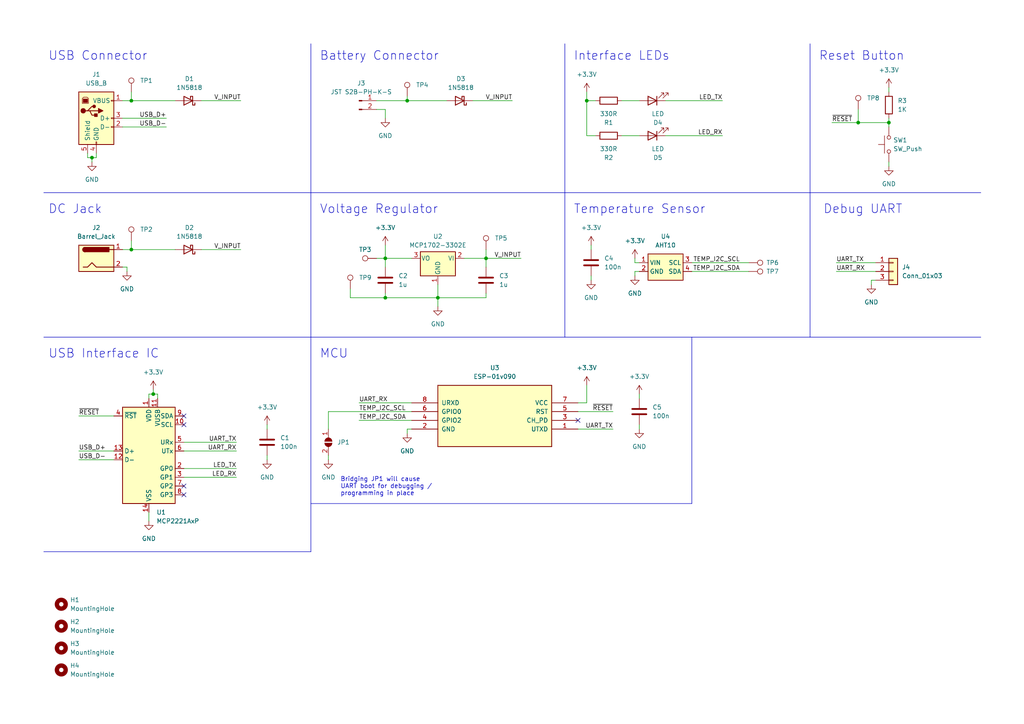
<source format=kicad_sch>
(kicad_sch (version 20230121) (generator eeschema)
  (paper "A4")
  (title_block (title "Temperature Sensor") (date "2024-01-13") (rev "0.2") (company "Sidings Media") (comment 1 "Licence: CERN-OHL-P-2.0 or any later version"))
  (lib_symbols
    (symbol "Connector:Barrel_Jack" (pin_names (offset 1.016))
      (property "Reference" "J2" (at 0 8.89 0))
      (property "Value" "Barrel_Jack" (at 0 6.35 0))
      (symbol "Barrel_Jack_0_1"
        (rectangle (start -5.08 3.81) (end 5.08 -3.81) (stroke (width 0.254)) (fill (type background)))
        (arc (start -3.302 3.175) (mid -3.9343 2.54) (end -3.302 1.905) (stroke (width 0.254)))
        (arc (start -3.302 3.175) (mid -3.9343 2.54) (end -3.302 1.905) (stroke (width 0.254)) (fill (type outline)))
        (polyline (pts (xy 5.08 2.54) (xy 3.81 2.54)) (stroke (width 0.254)))
        (polyline (pts (xy -3.81 -2.54) (xy -2.54 -2.54) (xy -1.27 -1.27) (xy 0 -2.54) (xy 2.54 -2.54) (xy 5.08 -2.54)) (stroke (width 0.254)))
        (rectangle (start 3.683 3.175) (end -3.302 1.905) (stroke (width 0.254)) (fill (type outline)))
      )
      (symbol "Barrel_Jack_1_1"
        (pin power_out line (at 7.62 2.54 180) (length 2.54) (name "~") (number "1"))
        (pin passive line (at 7.62 -2.54 180) (length 2.54) (name "~") (number "2"))
      )
    )
    (symbol "Connector:Conn_01x02_Pin" (pin_names (offset 1.016) hide)
      (property "Reference" "J" (at 0 2.54 0))
      (property "Value" "Conn_01x02_Pin" (at 0 -5.08 0))
      (symbol "Conn_01x02_Pin_1_1"
        (polyline (pts (xy 1.27 -2.54) (xy 0.8636 -2.54)) (stroke (width 0.1524)))
        (polyline (pts (xy 1.27 0) (xy 0.8636 0)) (stroke (width 0.1524)))
        (rectangle (start 0.8636 -2.413) (end 0 -2.667) (stroke (width 0.1524)) (fill (type outline)))
        (rectangle (start 0.8636 0.127) (end 0 -0.127) (stroke (width 0.1524)) (fill (type outline)))
        (pin passive line (at 5.08 0 180) (length 3.81) (name "Pin_1") (number "1"))
        (pin passive line (at 5.08 -2.54 180) (length 3.81) (name "Pin_2") (number "2"))
      )
    )
    (symbol "Connector:TestPoint" (pin_numbers hide) (pin_names (offset 0.762) hide)
      (property "Reference" "TP" (at 0 6.858 0))
      (property "Value" "TestPoint" (at 0 5.08 0))
      (symbol "TestPoint_0_1"
        (circle (center 0 3.302) (radius 0.762))
      )
      (symbol "TestPoint_1_1"
        (pin passive line (at 0 0 90) (length 2.54) (name "1") (number "1"))
      )
    )
    (symbol "Connector:USB_B" (pin_names (offset 1.016))
      (property "Reference" "J" (at -5.08 11.43 0))
      (property "Value" "USB_B" (at -5.08 8.89 0))
      (symbol "USB_B_0_1"
        (rectangle (start -5.08 -7.62) (end 5.08 7.62) (stroke (width 0.254)) (fill (type background)))
        (circle (center -3.81 2.159) (radius 0.635) (stroke (width 0.254)) (fill (type outline)))
        (rectangle (start -3.81 5.588) (end -2.54 4.572) (fill (type outline)))
        (circle (center -0.635 3.429) (radius 0.381) (stroke (width 0.254)) (fill (type outline)))
        (rectangle (start -0.127 -7.62) (end 0.127 -6.858))
        (polyline (pts (xy -1.905 2.159) (xy 0.635 2.159)) (stroke (width 0.254)))
        (polyline (pts (xy -3.175 2.159) (xy -2.54 2.159) (xy -1.27 3.429) (xy -0.635 3.429)) (stroke (width 0.254)))
        (polyline (pts (xy -2.54 2.159) (xy -1.905 2.159) (xy -1.27 0.889) (xy 0 0.889)) (stroke (width 0.254)))
        (polyline (pts (xy 0.635 2.794) (xy 0.635 1.524) (xy 1.905 2.159) (xy 0.635 2.794)) (stroke (width 0.254)) (fill (type outline)))
        (polyline (pts (xy -4.064 4.318) (xy -2.286 4.318) (xy -2.286 5.715) (xy -2.667 6.096) (xy -3.683 6.096) (xy -4.064 5.715) (xy -4.064 4.318)))
        (rectangle (start 0.254 1.27) (end -0.508 0.508) (stroke (width 0.254)) (fill (type outline)))
        (rectangle (start 5.08 -2.667) (end 4.318 -2.413))
        (rectangle (start 5.08 -0.127) (end 4.318 0.127))
        (rectangle (start 5.08 4.953) (end 4.318 5.207))
      )
      (symbol "USB_B_1_1"
        (pin power_out line (at 7.62 5.08 180) (length 2.54) (name "VBUS") (number "1"))
        (pin bidirectional line (at 7.62 -2.54 180) (length 2.54) (name "D-") (number "2"))
        (pin bidirectional line (at 7.62 0 180) (length 2.54) (name "D+") (number "3"))
        (pin power_out line (at 0 -10.16 90) (length 2.54) (name "GND") (number "4"))
        (pin passive line (at -2.54 -10.16 90) (length 2.54) (name "Shield") (number "5"))
      )
    )
    (symbol "Connector_Generic:Conn_01x03" (pin_names (offset 1.016) hide)
      (property "Reference" "J" (at 0 5.08 0))
      (property "Value" "Conn_01x03" (at 0 -5.08 0))
      (symbol "Conn_01x03_1_1"
        (rectangle (start -1.27 -2.413) (end 0 -2.667) (stroke (width 0.1524)))
        (rectangle (start -1.27 0.127) (end 0 -0.127) (stroke (width 0.1524)))
        (rectangle (start -1.27 2.667) (end 0 2.413) (stroke (width 0.1524)))
        (rectangle (start -1.27 3.81) (end 1.27 -3.81) (stroke (width 0.254)) (fill (type background)))
        (pin passive line (at -5.08 2.54 0) (length 3.81) (name "Pin_1") (number "1"))
        (pin passive line (at -5.08 0 0) (length 3.81) (name "Pin_2") (number "2"))
        (pin passive line (at -5.08 -2.54 0) (length 3.81) (name "Pin_3") (number "3"))
      )
    )
    (symbol "Device:C" (pin_numbers hide) (pin_names (offset 0.254))
      (property "Reference" "C" (at 0.635 2.54 0))
      (property "Value" "C" (at 0.635 -2.54 0))
      (symbol "C_0_1"
        (polyline (pts (xy -2.032 -0.762) (xy 2.032 -0.762)) (stroke (width 0.508)))
        (polyline (pts (xy -2.032 0.762) (xy 2.032 0.762)) (stroke (width 0.508)))
      )
      (symbol "C_1_1"
        (pin passive line (at 0 3.81 270) (length 2.794) (name "~") (number "1"))
        (pin passive line (at 0 -3.81 90) (length 2.794) (name "~") (number "2"))
      )
    )
    (symbol "Device:LED" (pin_numbers hide) (pin_names (offset 1.016) hide)
      (property "Reference" "D" (at 0 2.54 0))
      (property "Value" "LED" (at 0 -2.54 0))
      (symbol "LED_0_1"
        (polyline (pts (xy -1.27 -1.27) (xy -1.27 1.27)) (stroke (width 0.254)))
        (polyline (pts (xy -1.27 0) (xy 1.27 0)))
        (polyline (pts (xy 1.27 -1.27) (xy 1.27 1.27) (xy -1.27 0) (xy 1.27 -1.27)) (stroke (width 0.254)))
        (polyline (pts (xy -3.048 -0.762) (xy -4.572 -2.286) (xy -3.81 -2.286) (xy -4.572 -2.286) (xy -4.572 -1.524)))
        (polyline (pts (xy -1.778 -0.762) (xy -3.302 -2.286) (xy -2.54 -2.286) (xy -3.302 -2.286) (xy -3.302 -1.524)))
      )
      (symbol "LED_1_1"
        (pin passive line (at -3.81 0 0) (length 2.54) (name "K") (number "1"))
        (pin passive line (at 3.81 0 180) (length 2.54) (name "A") (number "2"))
      )
    )
    (symbol "Device:R" (pin_numbers hide) (pin_names (offset 0))
      (property "Reference" "R" (at 2.032 0 90))
      (property "Value" "R" (at 0 0 90))
      (symbol "R_0_1"
        (rectangle (start -1.016 -2.54) (end 1.016 2.54) (stroke (width 0.254)))
      )
      (symbol "R_1_1"
        (pin passive line (at 0 3.81 270) (length 1.27) (name "~") (number "1"))
        (pin passive line (at 0 -3.81 90) (length 1.27) (name "~") (number "2"))
      )
    )
    (symbol "Diode:1N5818" (pin_numbers hide) (pin_names (offset 1.016) hide)
      (property "Reference" "D" (at 0 2.54 0))
      (property "Value" "1N5818" (at 0 -2.54 0))
      (symbol "1N5818_0_1"
        (polyline (pts (xy 1.27 0) (xy -1.27 0)))
        (polyline (pts (xy 1.27 1.27) (xy 1.27 -1.27) (xy -1.27 0) (xy 1.27 1.27)) (stroke (width 0.254)))
        (polyline (pts (xy -1.905 0.635) (xy -1.905 1.27) (xy -1.27 1.27) (xy -1.27 -1.27) (xy -0.635 -1.27) (xy -0.635 -0.635)) (stroke (width 0.254)))
      )
      (symbol "1N5818_1_1"
        (pin passive line (at -3.81 0 0) (length 2.54) (name "K") (number "1"))
        (pin passive line (at 3.81 0 180) (length 2.54) (name "A") (number "2"))
      )
    )
    (symbol "ESP8266:ESP-01v090" (pin_names (offset 1.016))
      (property "Reference" "U1" (at 0 -13.97 0))
      (property "Value" "ESP-01v090" (at 0 -11.43 0))
      (symbol "ESP-01v090_1_0"
        (rectangle (start -16.51 8.89) (end 16.51 -8.89) (stroke (width 0.254)) (fill (type background)))
      )
      (symbol "ESP-01v090_1_1"
        (pin output line (at -24.13 3.81 0) (length 7.62) (name "UTXD") (number "1"))
        (pin power_in line (at 24.13 3.81 180) (length 7.62) (name "GND") (number "2"))
        (pin input line (at -24.13 1.27 0) (length 7.62) (name "CH_PD") (number "3"))
        (pin tri_state line (at 24.13 1.27 180) (length 7.62) (name "GPIO2") (number "4"))
        (pin input line (at -24.13 -1.27 0) (length 7.62) (name "RST") (number "5"))
        (pin tri_state line (at 24.13 -1.27 180) (length 7.62) (name "GPIO0") (number "6"))
        (pin power_in line (at -24.13 -3.81 0) (length 7.62) (name "VCC") (number "7"))
        (pin input line (at 24.13 -3.81 180) (length 7.62) (name "URXD") (number "8"))
      )
    )
    (symbol "Interface_USB:MCP2221AxP"
      (property "Reference" "U" (at -7.62 16.51 0))
      (property "Value" "MCP2221AxP" (at 12.7 16.51 0))
      (symbol "MCP2221AxP_0_1"
        (rectangle (start -7.62 15.24) (end 7.62 -12.7) (stroke (width 0.254)) (fill (type background)))
      )
      (symbol "MCP2221AxP_1_1"
        (pin power_in line (at 0 17.78 270) (length 2.54) (name "VDD") (number "1"))
        (pin bidirectional line (at 10.16 10.16 180) (length 2.54) (name "SCL") (number "10"))
        (pin passive line (at 2.54 17.78 270) (length 2.54) (name "VUSB") (number "11"))
        (pin bidirectional line (at -10.16 0 0) (length 2.54) (name "D-") (number "12"))
        (pin bidirectional line (at -10.16 2.54 0) (length 2.54) (name "D+") (number "13"))
        (pin power_in line (at 0 -15.24 90) (length 2.54) (name "VSS") (number "14"))
        (pin bidirectional line (at 10.16 -2.54 180) (length 2.54) (name "GP0") (number "2"))
        (pin bidirectional line (at 10.16 -5.08 180) (length 2.54) (name "GP1") (number "3"))
        (pin input line (at -10.16 12.7 0) (length 2.54) (name "~{RST}") (number "4"))
        (pin input line (at 10.16 5.08 180) (length 2.54) (name "URx") (number "5"))
        (pin output line (at 10.16 2.54 180) (length 2.54) (name "UTx") (number "6"))
        (pin bidirectional line (at 10.16 -7.62 180) (length 2.54) (name "GP2") (number "7"))
        (pin bidirectional line (at 10.16 -10.16 180) (length 2.54) (name "GP3") (number "8"))
        (pin bidirectional line (at 10.16 12.7 180) (length 2.54) (name "SDA") (number "9"))
      )
    )
    (symbol "Jumper:SolderJumper_2_Open" (pin_names (offset 0) hide)
      (property "Reference" "JP" (at 0 2.032 0))
      (property "Value" "SolderJumper_2_Open" (at 0 -2.54 0))
      (symbol "SolderJumper_2_Open_0_1"
        (arc (start -0.254 1.016) (mid -1.2656 0) (end -0.254 -1.016))
        (arc (start -0.254 1.016) (mid -1.2656 0) (end -0.254 -1.016) (fill (type outline)))
        (polyline (pts (xy -0.254 1.016) (xy -0.254 -1.016)))
        (polyline (pts (xy 0.254 1.016) (xy 0.254 -1.016)))
        (arc (start 0.254 -1.016) (mid 1.2656 0) (end 0.254 1.016))
        (arc (start 0.254 -1.016) (mid 1.2656 0) (end 0.254 1.016) (fill (type outline)))
      )
      (symbol "SolderJumper_2_Open_1_1"
        (pin passive line (at -3.81 0 0) (length 2.54) (name "A") (number "1"))
        (pin passive line (at 3.81 0 180) (length 2.54) (name "B") (number "2"))
      )
    )
    (symbol "Mechanical:MountingHole" (pin_names (offset 1.016))
      (property "Reference" "H" (at 0 5.08 0))
      (property "Value" "MountingHole" (at 0 3.175 0))
      (symbol "MountingHole_0_1"
        (circle (center 0 0) (radius 1.27) (stroke (width 1.27)))
      )
    )
    (symbol "Regulator_Linear:MCP1700x-330xxTO" (pin_names (offset 0.254))
      (property "Reference" "U" (at -3.81 -3.175 0))
      (property "Value" "MCP1700x-330xxTO" (at 0 -3.175 0))
      (symbol "MCP1700x-330xxTO_0_1"
        (rectangle (start -5.08 5.08) (end 5.08 -1.905) (stroke (width 0.254)) (fill (type background)))
      )
      (symbol "MCP1700x-330xxTO_1_1"
        (pin power_in line (at 0 7.62 270) (length 2.54) (name "GND") (number "1"))
        (pin power_in line (at -7.62 0 0) (length 2.54) (name "VI") (number "2"))
        (pin power_out line (at 7.62 0 180) (length 2.54) (name "VO") (number "3"))
      )
    )
    (symbol "Sensor_Temp_Humidity:AHT10"
      (property "Reference" "U" (at 0 2.54 0))
      (property "Value" "AHT10" (at 3.81 0 0))
      (symbol "AHT10_1_1"
        (rectangle (start -1.27 -1.27) (end 8.89 -8.89) (stroke (width 0.254)) (fill (type background)))
        (pin power_in line (at -3.81 -3.81 0) (length 2.54) (name "VIN") (number "1"))
        (pin power_in line (at -3.81 -6.35 0) (length 2.54) (name "GND") (number "2"))
        (pin bidirectional line (at 11.43 -3.81 180) (length 2.54) (name "SCL") (number "3"))
        (pin bidirectional line (at 11.43 -6.35 180) (length 2.54) (name "SDA") (number "4"))
      )
    )
    (symbol "Switch:SW_Push" (pin_numbers hide) (pin_names (offset 1.016) hide)
      (property "Reference" "SW" (at 1.27 2.54 0))
      (property "Value" "SW_Push" (at 0 -1.524 0))
      (symbol "SW_Push_0_1"
        (circle (center -2.032 0) (radius 0.508))
        (polyline (pts (xy 0 1.27) (xy 0 3.048)))
        (polyline (pts (xy 2.54 1.27) (xy -2.54 1.27)))
        (circle (center 2.032 0) (radius 0.508))
        (pin passive line (at -5.08 0 0) (length 2.54) (name "1") (number "1"))
        (pin passive line (at 5.08 0 180) (length 2.54) (name "2") (number "2"))
      )
    )
    (symbol "power:+3.3V" (power) (pin_names (offset 0))
      (property "Value" "+3.3V" (at 0 3.556 0))
      (symbol "+3.3V_0_1"
        (polyline (pts (xy -0.762 1.27) (xy 0 2.54)))
        (polyline (pts (xy 0 0) (xy 0 2.54)))
        (polyline (pts (xy 0 2.54) (xy 0.762 1.27)))
      )
      (symbol "+3.3V_1_1"
        (pin power_in line (at 0 0 90) (length 0) hide (name "+3.3V") (number "1"))
      )
    )
    (symbol "power:GND" (power) (pin_names (offset 0))
      (property "Value" "GND" (at 0 -3.81 0))
      (symbol "GND_0_1"
        (polyline (pts (xy 0 0) (xy 0 -1.27) (xy 1.27 -1.27) (xy 0 -2.54) (xy -1.27 -1.27) (xy 0 -1.27)))
      )
      (symbol "GND_1_1"
        (pin power_in line (at 0 0 270) (length 0) hide (name "GND") (number "1"))
      )
    )
  )
  (junction (at 111.76 74.93))
  (junction (at 248.92 35.56))
  (junction (at 118.11 29.21))
  (junction (at 170.18 29.21))
  (junction (at 38.1 29.21))
  (junction (at 257.81 35.56))
  (junction (at 38.1 72.39))
  (junction (at 111.76 86.36))
  (junction (at 127 86.36))
  (junction (at 140.97 74.93))
  (junction (at 44.45 114.3))
  (junction (at 26.67 45.72))
  (no_connect (at 167.64 121.92))
  (no_connect (at 53.34 143.51))
  (no_connect (at 53.34 123.19))
  (no_connect (at 53.34 140.97))
  (no_connect (at 53.34 120.65))
  (wire (pts (xy 193.04 29.21) (xy 209.55 29.21)))
  (wire (pts (xy 252.73 82.55) (xy 252.73 81.28)))
  (wire (pts (xy 109.22 31.75) (xy 111.76 31.75)))
  (polyline (pts (xy 163.83 55.88) (xy 163.83 97.79)))
  (wire (pts (xy 170.18 39.37) (xy 172.72 39.37)))
  (polyline (pts (xy 234.95 12.7) (xy 234.95 55.88)))
  (wire (pts (xy 140.97 77.47) (xy 140.97 74.93)))
  (wire (pts (xy 184.15 80.01) (xy 184.15 78.74)))
  (wire (pts (xy 248.92 31.75) (xy 248.92 35.56)))
  (wire (pts (xy 242.57 78.74) (xy 254 78.74)))
  (wire (pts (xy 38.1 29.21) (xy 50.8 29.21)))
  (polyline (pts (xy 234.95 97.79) (xy 234.95 55.88)))
  (wire (pts (xy 184.15 78.74) (xy 185.42 78.74)))
  (wire (pts (xy 58.42 29.21) (xy 69.85 29.21)))
  (wire (pts (xy 200.66 78.74) (xy 217.17 78.74)))
  (wire (pts (xy 38.1 72.39) (xy 50.8 72.39)))
  (wire (pts (xy 252.73 81.28) (xy 254 81.28)))
  (wire (pts (xy 127 86.36) (xy 127 88.9)))
  (wire (pts (xy 185.42 29.21) (xy 180.34 29.21)))
  (polyline (pts (xy 200.66 97.79) (xy 200.66 146.05)))
  (wire (pts (xy 111.76 74.93) (xy 111.76 71.12)))
  (wire (pts (xy 172.72 29.21) (xy 170.18 29.21)))
  (wire (pts (xy 184.15 76.2) (xy 185.42 76.2)))
  (wire (pts (xy 200.66 76.2) (xy 217.17 76.2)))
  (wire (pts (xy 35.56 77.47) (xy 36.83 77.47)))
  (polyline (pts (xy 200.66 146.05) (xy 90.17 146.05)))
  (wire (pts (xy 53.34 138.43) (xy 68.58 138.43)))
  (wire (pts (xy 171.45 80.01) (xy 171.45 81.28)))
  (wire (pts (xy 38.1 69.85) (xy 38.1 72.39)))
  (wire (pts (xy 38.1 26.67) (xy 38.1 29.21)))
  (wire (pts (xy 35.56 29.21) (xy 38.1 29.21)))
  (wire (pts (xy 58.42 72.39) (xy 69.85 72.39)))
  (wire (pts (xy 22.86 130.81) (xy 33.02 130.81)))
  (wire (pts (xy 35.56 34.29) (xy 48.26 34.29)))
  (wire (pts (xy 25.4 45.72) (xy 26.67 45.72)))
  (wire (pts (xy 45.72 114.3) (xy 44.45 114.3)))
  (wire (pts (xy 44.45 113.03) (xy 44.45 114.3)))
  (wire (pts (xy 171.45 71.12) (xy 171.45 72.39)))
  (wire (pts (xy 35.56 72.39) (xy 38.1 72.39)))
  (wire (pts (xy 53.34 135.89) (xy 68.58 135.89)))
  (wire (pts (xy 36.83 77.47) (xy 36.83 78.74)))
  (wire (pts (xy 119.38 74.93) (xy 111.76 74.93)))
  (wire (pts (xy 111.76 85.09) (xy 111.76 86.36)))
  (wire (pts (xy 185.42 123.19) (xy 185.42 124.46)))
  (wire (pts (xy 170.18 29.21) (xy 170.18 39.37)))
  (polyline (pts (xy 12.7 55.88) (xy 284.48 55.88)))
  (wire (pts (xy 25.4 44.45) (xy 25.4 45.72)))
  (wire (pts (xy 118.11 29.21) (xy 129.54 29.21)))
  (wire (pts (xy 118.11 124.46) (xy 119.38 124.46)))
  (polyline (pts (xy 90.17 97.79) (xy 90.17 160.02)))
  (wire (pts (xy 101.6 86.36) (xy 111.76 86.36)))
  (wire (pts (xy 109.22 29.21) (xy 118.11 29.21)))
  (wire (pts (xy 43.18 148.59) (xy 43.18 151.13)))
  (wire (pts (xy 27.94 44.45) (xy 27.94 45.72)))
  (wire (pts (xy 167.64 119.38) (xy 177.8 119.38)))
  (wire (pts (xy 193.04 39.37) (xy 209.55 39.37)))
  (polyline (pts (xy 90.17 12.7) (xy 90.17 55.88)))
  (wire (pts (xy 22.86 133.35) (xy 33.02 133.35)))
  (wire (pts (xy 95.25 132.08) (xy 95.25 133.35)))
  (wire (pts (xy 140.97 85.09) (xy 140.97 86.36)))
  (wire (pts (xy 77.47 132.08) (xy 77.47 133.35)))
  (wire (pts (xy 118.11 125.73) (xy 118.11 124.46)))
  (polyline (pts (xy 163.83 12.7) (xy 163.83 55.88)))
  (wire (pts (xy 111.76 31.75) (xy 111.76 34.29)))
  (polyline (pts (xy 12.7 160.02) (xy 90.17 160.02)))
  (wire (pts (xy 140.97 72.39) (xy 140.97 74.93)))
  (wire (pts (xy 170.18 111.76) (xy 170.18 116.84)))
  (wire (pts (xy 22.86 120.65) (xy 33.02 120.65)))
  (wire (pts (xy 27.94 45.72) (xy 26.67 45.72)))
  (wire (pts (xy 43.18 114.3) (xy 44.45 114.3)))
  (wire (pts (xy 167.64 124.46) (xy 177.8 124.46)))
  (wire (pts (xy 170.18 26.67) (xy 170.18 29.21)))
  (wire (pts (xy 35.56 36.83) (xy 48.26 36.83)))
  (wire (pts (xy 118.11 27.94) (xy 118.11 29.21)))
  (wire (pts (xy 104.14 116.84) (xy 119.38 116.84)))
  (wire (pts (xy 109.22 74.93) (xy 111.76 74.93)))
  (wire (pts (xy 53.34 128.27) (xy 68.58 128.27)))
  (wire (pts (xy 45.72 115.57) (xy 45.72 114.3)))
  (wire (pts (xy 241.3 35.56) (xy 248.92 35.56)))
  (wire (pts (xy 53.34 130.81) (xy 68.58 130.81)))
  (wire (pts (xy 170.18 116.84) (xy 167.64 116.84)))
  (wire (pts (xy 77.47 123.19) (xy 77.47 124.46)))
  (wire (pts (xy 185.42 114.3) (xy 185.42 115.57)))
  (wire (pts (xy 111.76 74.93) (xy 111.76 77.47)))
  (wire (pts (xy 111.76 86.36) (xy 127 86.36)))
  (polyline (pts (xy 234.95 97.79) (xy 284.48 97.79)))
  (wire (pts (xy 242.57 76.2) (xy 254 76.2)))
  (wire (pts (xy 140.97 74.93) (xy 151.13 74.93)))
  (wire (pts (xy 43.18 115.57) (xy 43.18 114.3)))
  (polyline (pts (xy 12.7 97.79) (xy 234.95 97.79)))
  (wire (pts (xy 134.62 74.93) (xy 140.97 74.93)))
  (wire (pts (xy 95.25 119.38) (xy 119.38 119.38)))
  (wire (pts (xy 257.81 36.83) (xy 257.81 35.56)))
  (wire (pts (xy 184.15 74.93) (xy 184.15 76.2)))
  (wire (pts (xy 104.14 121.92) (xy 119.38 121.92)))
  (wire (pts (xy 137.16 29.21) (xy 148.59 29.21)))
  (polyline (pts (xy 90.17 55.88) (xy 90.17 97.79)))
  (wire (pts (xy 140.97 86.36) (xy 127 86.36)))
  (wire (pts (xy 127 82.55) (xy 127 86.36)))
  (wire (pts (xy 257.81 35.56) (xy 257.81 34.29)))
  (wire (pts (xy 95.25 124.46) (xy 95.25 119.38)))
  (wire (pts (xy 257.81 25.4) (xy 257.81 26.67)))
  (wire (pts (xy 26.67 45.72) (xy 26.67 46.99)))
  (wire (pts (xy 248.92 35.56) (xy 257.81 35.56)))
  (wire (pts (xy 185.42 39.37) (xy 180.34 39.37)))
  (wire (pts (xy 101.6 83.82) (xy 101.6 86.36)))
  (wire (pts (xy 257.81 48.26) (xy 257.81 46.99)))
  (text_box "Bridging JP1 will cause UART boot for debugging / programming in place" (at 97.79 137.16 0) (size 30.48 7.62) (stroke (width -0.0001)) (effects (font (size 1.27 1.27)) (justify left top)))
  (text "Debug UART" (at 238.76 62.23 0) (effects (font (size 2.54 2.54)) (justify left bottom)))
  (text "Battery Connector" (at 92.71 17.78 0) (effects (font (size 2.54 2.54)) (justify left bottom)))
  (text "USB Connector" (at 13.97 17.78 0) (effects (font (size 2.54 2.54)) (justify left bottom)))
  (text "Voltage Regulator" (at 92.71 62.23 0) (effects (font (size 2.54 2.54)) (justify left bottom)))
  (text "Reset Button" (at 237.49 17.78 0) (effects (font (size 2.54 2.54)) (justify left bottom)))
  (text "DC Jack" (at 13.97 62.23 0) (effects (font (size 2.54 2.54)) (justify left bottom)))
  (text "USB Interface IC" (at 13.97 104.14 0) (effects (font (size 2.54 2.54)) (justify left bottom)))
  (text "MCU" (at 92.71 104.14 0) (effects (font (size 2.54 2.54)) (justify left bottom)))
  (text "Interface LEDs" (at 166.37 17.78 0) (effects (font (size 2.54 2.54)) (justify left bottom)))
  (text "Temperature Sensor" (at 166.37 62.23 0) (effects (font (size 2.54 2.54)) (justify left bottom)))
  (label "TEMP_I2C_SDA" (at 214.63 78.74 180))
  (label "UART_RX" (at 104.14 116.84 0))
  (label "~{RESET}" (at 22.86 120.65 0))
  (label "V_INPUT" (at 151.13 74.93 180))
  (label "TEMP_I2C_SCL" (at 214.63 76.2 180))
  (label "UART_TX" (at 177.8 124.46 180))
  (label "UART_RX" (at 68.58 130.81 180))
  (label "~{RESET}" (at 177.8 119.38 180))
  (label "V_INPUT" (at 69.85 29.21 180))
  (label "UART_TX" (at 242.57 76.2 0))
  (label "TEMP_I2C_SCL" (at 104.14 119.38 0))
  (label "LED_RX" (at 209.55 39.37 180))
  (label "LED_TX" (at 68.58 135.89 180))
  (label "USB_D-" (at 48.26 36.83 180))
  (label "UART_TX" (at 68.58 128.27 180))
  (label "USB_D+" (at 48.26 34.29 180))
  (label "UART_RX" (at 242.57 78.74 0))
  (label "TEMP_I2C_SDA" (at 104.14 121.92 0))
  (label "USB_D+" (at 22.86 130.81 0))
  (label "~{RESET}" (at 241.3 35.56 0))
  (label "USB_D-" (at 22.86 133.35 0))
  (label "LED_TX" (at 209.55 29.21 180))
  (label "LED_RX" (at 68.58 138.43 180))
  (label "V_INPUT" (at 69.85 72.39 180))
  (label "V_INPUT" (at 148.59 29.21 180))
  (symbol (lib_id "power:GND") (at 77.47 133.35 0) (unit 1)
    (property "Reference" "#PWR06" (effects hide))
    (property "Value" "GND" (at 77.47 138.43 0))
  )
  (symbol (lib_id "Connector:TestPoint") (at 217.17 76.2 270) (unit 1)
    (property "Reference" "TP6" (at 222.25 76.2 90) (effects (justify left)))
    (property "Value" "TestPoint" (effects hide))
    (property "Footprint" "TestPoint:TestPoint_Pad_D2.0mm" (effects hide))
  )
  (symbol (lib_id "power:+3.3V") (at 170.18 111.76 0) (unit 1)
    (property "Reference" "#PWR012" (effects hide))
    (property "Value" "+3.3V" (at 170.18 106.68 0))
  )
  (symbol (lib_id "power:GND") (at 171.45 81.28 0) (unit 1)
    (property "Reference" "#PWR014" (effects hide))
    (property "Value" "GND" (at 171.45 86.36 0))
  )
  (symbol (lib_id "power:+3.3V") (at 257.81 25.4 0) (unit 1)
    (property "Reference" "#PWR019" (effects hide))
    (property "Value" "+3.3V" (at 257.81 20.32 0))
  )
  (symbol (lib_id "Diode:1N5818") (at 54.61 72.39 180) (unit 1)
    (property "Reference" "D2" (at 54.9275 66.04 0))
    (property "Value" "1N5818" (at 54.9275 68.58 0))
    (property "Footprint" "Diode_THT:D_DO-41_SOD81_P10.16mm_Horizontal" (effects hide))
    (property "Datasheet" "http://www.vishay.com/docs/88525/1n5817.pdf" (effects hide))
  )
  (symbol (lib_id "Interface_USB:MCP2221AxP") (at 43.18 133.35 0) (unit 1)
    (property "Reference" "U1" (at 45.3741 148.59 0) (effects (justify left)))
    (property "Value" "MCP2221AxP" (at 45.3741 151.13 0) (effects (justify left)))
    (property "Footprint" "Package_DIP:DIP-14_W7.62mm" (effects hide))
    (property "Datasheet" "http://ww1.microchip.com/downloads/en/DeviceDoc/20005565B.pdf" (effects hide))
  )
  (symbol (lib_id "Device:R") (at 257.81 30.48 0) (unit 1)
    (property "Reference" "R3" (at 260.35 29.21 0) (effects (justify left)))
    (property "Value" "1K" (at 260.35 31.75 0) (effects (justify left)))
    (property "Footprint" "Resistor_THT:R_Axial_DIN0207_L6.3mm_D2.5mm_P7.62mm_Horizontal" (effects hide))
  )
  (symbol (lib_id "Mechanical:MountingHole") (at 17.78 187.96 0) (unit 1)
    (property "Reference" "H3" (at 20.32 186.69 0) (effects (justify left)))
    (property "Value" "MountingHole" (at 20.32 189.23 0) (effects (justify left)))
    (property "Footprint" "MountingHole:MountingHole_3.2mm_M3" (effects hide))
  )
  (symbol (lib_id "power:GND") (at 252.73 82.55 0) (unit 1)
    (property "Reference" "#PWR021" (effects hide))
    (property "Value" "GND" (at 252.73 87.63 0))
  )
  (symbol (lib_id "Connector:TestPoint") (at 217.17 78.74 270) (unit 1)
    (property "Reference" "TP7" (at 222.25 78.74 90) (effects (justify left)))
    (property "Value" "TestPoint" (effects hide))
    (property "Footprint" "TestPoint:TestPoint_Pad_D2.0mm" (effects hide))
  )
  (symbol (lib_id "Connector:TestPoint") (at 38.1 26.67 0) (unit 1)
    (property "Reference" "TP1" (at 40.64 23.368 0) (effects (justify left)))
    (property "Value" "TestPoint" (effects hide))
    (property "Footprint" "TestPoint:TestPoint_Pad_D2.0mm" (effects hide))
  )
  (symbol (lib_id "Mechanical:MountingHole") (at 17.78 175.26 0) (unit 1)
    (property "Reference" "H1" (at 20.32 173.99 0) (effects (justify left)))
    (property "Value" "MountingHole" (at 20.32 176.53 0) (effects (justify left)))
    (property "Footprint" "MountingHole:MountingHole_3.2mm_M3" (effects hide))
  )
  (symbol (lib_id "Connector:Barrel_Jack") (at 27.94 74.93 0) (unit 1)
    (property "Reference" "J2" (at 27.94 66.04 0))
    (property "Value" "Barrel_Jack" (at 27.94 68.58 0))
    (property "Footprint" "Connector_BarrelJack:BarrelJack_Horizontal" (effects hide))
  )
  (symbol (lib_id "Sensor_Temp_Humidity:AHT10") (at 189.23 72.39 0) (unit 1)
    (property "Reference" "U4" (at 193.04 68.58 0))
    (property "Value" "AHT10" (at 193.04 71.12 0))
    (property "Footprint" "Sensor_Temp_Humidity:AHT10" (effects hide))
  )
  (symbol (lib_id "power:+3.3V") (at 77.47 123.19 0) (unit 1)
    (property "Reference" "#PWR05" (effects hide))
    (property "Value" "+3.3V" (at 77.47 118.11 0))
  )
  (symbol (lib_id "Connector:TestPoint") (at 248.92 31.75 0) (unit 1)
    (property "Reference" "TP8" (at 251.46 28.448 0) (effects (justify left)))
    (property "Value" "TestPoint" (effects hide))
    (property "Footprint" "TestPoint:TestPoint_Pad_D2.0mm" (effects hide))
  )
  (symbol (lib_id "Jumper:SolderJumper_2_Open") (at 95.25 128.27 270) (unit 1)
    (property "Reference" "JP1" (at 97.79 128.27 90) (effects (justify left)))
    (property "Value" "SolderJumper_2_Open" (effects hide))
    (property "Footprint" "Jumper:SolderJumper-2_P1.3mm_Open_Pad1.0x1.5mm" (effects hide))
  )
  (symbol (lib_id "power:+3.3V") (at 170.18 26.67 0) (unit 1)
    (property "Reference" "#PWR011" (effects hide))
    (property "Value" "+3.3V" (at 170.18 21.59 0))
  )
  (symbol (lib_id "Mechanical:MountingHole") (at 17.78 194.31 0) (unit 1)
    (property "Reference" "H4" (at 20.32 193.04 0) (effects (justify left)))
    (property "Value" "MountingHole" (at 20.32 195.58 0) (effects (justify left)))
    (property "Footprint" "MountingHole:MountingHole_3.2mm_M3" (effects hide))
  )
  (symbol (lib_id "Mechanical:MountingHole") (at 17.78 181.61 0) (unit 1)
    (property "Reference" "H2" (at 20.32 180.34 0) (effects (justify left)))
    (property "Value" "MountingHole" (at 20.32 182.88 0) (effects (justify left)))
    (property "Footprint" "MountingHole:MountingHole_3.2mm_M3" (effects hide))
  )
  (symbol (lib_id "power:+3.3V") (at 111.76 71.12 0) (unit 1)
    (property "Reference" "#PWR08" (effects hide))
    (property "Value" "+3.3V" (at 111.76 66.04 0))
  )
  (symbol (lib_id "Device:LED") (at 189.23 39.37 180) (unit 1)
    (property "Reference" "D5" (at 190.8175 45.72 0))
    (property "Value" "LED" (at 190.8175 43.18 0))
    (property "Footprint" "LED_THT:LED_D3.0mm" (effects hide))
  )
  (symbol (lib_id "Switch:SW_Push") (at 257.81 41.91 90) (unit 1)
    (property "Reference" "SW1" (at 259.08 40.64 90) (effects (justify right)))
    (property "Value" "SW_Push" (at 259.08 43.18 90) (effects (justify right)))
    (property "Footprint" "Button_Switch_THT:SW_PUSH_6mm" (effects hide))
  )
  (symbol (lib_id "power:GND") (at 184.15 80.01 0) (unit 1)
    (property "Reference" "#PWR016" (effects hide))
    (property "Value" "GND" (at 184.15 85.09 0))
  )
  (symbol (lib_id "ESP8266:ESP-01v090") (at 143.51 120.65 180) (unit 1)
    (property "Reference" "U3" (at 143.51 106.68 0))
    (property "Value" "ESP-01v090" (at 143.51 109.22 0))
    (property "Footprint" "ESP8266:ESP-01" (effects hide))
    (property "Datasheet" "http://l0l.org.uk/2014/12/esp8266-modules-hardware-guide-gotta-catch-em-all/" (effects hide))
  )
  (symbol (lib_id "Connector:TestPoint") (at 118.11 27.94 0) (unit 1)
    (property "Reference" "TP4" (at 120.65 24.638 0) (effects (justify left)))
    (property "Value" "TestPoint" (effects hide))
    (property "Footprint" "TestPoint:TestPoint_Pad_D2.0mm" (effects hide))
  )
  (symbol (lib_id "power:+3.3V") (at 171.45 71.12 0) (unit 1)
    (property "Reference" "#PWR013" (effects hide))
    (property "Value" "+3.3V" (at 171.45 66.04 0))
  )
  (symbol (lib_id "Device:C") (at 140.97 81.28 0) (unit 1)
    (property "Reference" "C3" (at 144.78 80.01 0) (effects (justify left)))
    (property "Value" "1u" (at 144.78 82.55 0) (effects (justify left)))
    (property "Footprint" "Capacitor_THT:C_Disc_D5.1mm_W3.2mm_P5.00mm" (effects hide))
  )
  (symbol (lib_id "power:GND") (at 95.25 133.35 0) (unit 1)
    (property "Reference" "#PWR022" (effects hide))
    (property "Value" "GND" (at 95.25 138.43 0))
  )
  (symbol (lib_id "Regulator_Linear:MCP1700x-330xxTO") (at 127 74.93 180) (unit 1)
    (property "Reference" "U2" (at 127 68.58 0))
    (property "Value" "MCP1702-3302E" (at 127 71.12 0))
    (property "Footprint" "Package_TO_SOT_THT:TO-92_Inline" (effects hide))
    (property "Datasheet" "https://ww1.microchip.com/downloads/en/devicedoc/22008e.pdf" (effects hide))
  )
  (symbol (lib_id "power:+3.3V") (at 184.15 74.93 0) (unit 1)
    (property "Reference" "#PWR015" (effects hide))
    (property "Value" "+3.3V" (at 184.15 69.85 0))
  )
  (symbol (lib_id "Connector:USB_B") (at 27.94 34.29 0) (unit 1)
    (property "Reference" "J1" (at 27.94 21.59 0))
    (property "Value" "USB_B" (at 27.94 24.13 0))
    (property "Footprint" "Connector_USB:USB_B_Lumberg_2411_02_Horizontal" (effects hide))
    (property "Datasheet" " ~" (effects hide))
  )
  (symbol (lib_id "Device:C") (at 185.42 119.38 0) (unit 1)
    (property "Reference" "C5" (at 189.23 118.11 0) (effects (justify left)))
    (property "Value" "100n" (at 189.23 120.65 0) (effects (justify left)))
    (property "Footprint" "Capacitor_THT:C_Disc_D5.1mm_W3.2mm_P5.00mm" (effects hide))
  )
  (symbol (lib_id "power:GND") (at 118.11 125.73 0) (unit 1)
    (property "Reference" "#PWR09" (effects hide))
    (property "Value" "GND" (at 118.11 130.81 0))
  )
  (symbol (lib_id "Connector:TestPoint") (at 109.22 74.93 90) (unit 1)
    (property "Reference" "TP3" (at 105.918 72.39 90))
    (property "Value" "TestPoint" (effects hide))
    (property "Footprint" "TestPoint:TestPoint_Pad_D2.0mm" (effects hide))
  )
  (symbol (lib_id "Device:LED") (at 189.23 29.21 180) (unit 1)
    (property "Reference" "D4" (at 190.8175 35.56 0))
    (property "Value" "LED" (at 190.8175 33.02 0))
    (property "Footprint" "LED_THT:LED_D3.0mm" (effects hide))
  )
  (symbol (lib_id "power:GND") (at 43.18 151.13 0) (unit 1)
    (property "Reference" "#PWR03" (effects hide))
    (property "Value" "GND" (at 43.18 156.21 0))
  )
  (symbol (lib_id "power:+3.3V") (at 185.42 114.3 0) (unit 1)
    (property "Reference" "#PWR017" (effects hide))
    (property "Value" "+3.3V" (at 185.42 109.22 0))
  )
  (symbol (lib_id "power:GND") (at 257.81 48.26 0) (unit 1)
    (property "Reference" "#PWR020" (effects hide))
    (property "Value" "GND" (at 257.81 53.34 0))
  )
  (symbol (lib_id "power:GND") (at 127 88.9 0) (unit 1)
    (property "Reference" "#PWR010" (effects hide))
    (property "Value" "GND" (at 127 93.98 0))
  )
  (symbol (lib_id "Device:C") (at 171.45 76.2 0) (unit 1)
    (property "Reference" "C4" (at 175.26 74.93 0) (effects (justify left)))
    (property "Value" "100n" (at 175.26 77.47 0) (effects (justify left)))
    (property "Footprint" "Capacitor_THT:C_Disc_D5.1mm_W3.2mm_P5.00mm" (effects hide))
  )
  (symbol (lib_id "Device:C") (at 111.76 81.28 0) (unit 1)
    (property "Reference" "C2" (at 115.57 80.01 0) (effects (justify left)))
    (property "Value" "1u" (at 115.57 82.55 0) (effects (justify left)))
    (property "Footprint" "Capacitor_THT:C_Disc_D5.1mm_W3.2mm_P5.00mm" (effects hide))
  )
  (symbol (lib_id "Connector:TestPoint") (at 38.1 69.85 0) (unit 1)
    (property "Reference" "TP2" (at 40.64 66.548 0) (effects (justify left)))
    (property "Value" "TestPoint" (effects hide))
    (property "Footprint" "TestPoint:TestPoint_Pad_D2.0mm" (effects hide))
  )
  (symbol (lib_id "Connector:TestPoint") (at 140.97 72.39 0) (unit 1)
    (property "Reference" "TP5" (at 143.51 69.088 0) (effects (justify left)))
    (property "Value" "TestPoint" (effects hide))
    (property "Footprint" "TestPoint:TestPoint_Pad_D2.0mm" (effects hide))
  )
  (symbol (lib_id "power:GND") (at 185.42 124.46 0) (unit 1)
    (property "Reference" "#PWR018" (effects hide))
    (property "Value" "GND" (at 185.42 129.54 0))
  )
  (symbol (lib_id "Connector_Generic:Conn_01x03") (at 259.08 78.74 0) (unit 1)
    (property "Reference" "J4" (at 261.62 77.47 0) (effects (justify left)))
    (property "Value" "Conn_01x03" (at 261.62 80.01 0) (effects (justify left)))
    (property "Footprint" "Connector_PinHeader_2.54mm:PinHeader_1x03_P2.54mm_Vertical" (effects hide))
  )
  (symbol (lib_id "power:GND") (at 111.76 34.29 0) (unit 1)
    (property "Reference" "#PWR07" (effects hide))
    (property "Value" "GND" (at 111.76 39.37 0))
  )
  (symbol (lib_id "power:GND") (at 26.67 46.99 0) (unit 1)
    (property "Reference" "#PWR01" (effects hide))
    (property "Value" "GND" (at 26.67 52.07 0))
  )
  (symbol (lib_id "Device:C") (at 77.47 128.27 0) (unit 1)
    (property "Reference" "C1" (at 81.28 127 0) (effects (justify left)))
    (property "Value" "100n" (at 81.28 129.54 0) (effects (justify left)))
    (property "Footprint" "Capacitor_THT:C_Disc_D5.1mm_W3.2mm_P5.00mm" (effects hide))
  )
  (symbol (lib_id "Connector:Conn_01x02_Pin") (at 104.14 29.21 0) (unit 1)
    (property "Reference" "J3" (at 104.775 24.13 0))
    (property "Value" "JST S2B-PH-K-S" (at 104.775 26.67 0))
    (property "Footprint" "Connector_JST:JST_PH_S2B-PH-K_1x02_P2.00mm_Horizontal" (effects hide))
  )
  (symbol (lib_id "Diode:1N5818") (at 133.35 29.21 180) (unit 1)
    (property "Reference" "D3" (at 133.6675 22.86 0))
    (property "Value" "1N5818" (at 133.6675 25.4 0))
    (property "Footprint" "Diode_THT:D_DO-41_SOD81_P10.16mm_Horizontal" (effects hide))
    (property "Datasheet" "http://www.vishay.com/docs/88525/1n5817.pdf" (effects hide))
  )
  (symbol (lib_id "Diode:1N5818") (at 54.61 29.21 180) (unit 1)
    (property "Reference" "D1" (at 54.9275 22.86 0))
    (property "Value" "1N5818" (at 54.9275 25.4 0))
    (property "Footprint" "Diode_THT:D_DO-41_SOD81_P10.16mm_Horizontal" (effects hide))
    (property "Datasheet" "http://www.vishay.com/docs/88525/1n5817.pdf" (effects hide))
  )
  (symbol (lib_id "power:GND") (at 36.83 78.74 0) (unit 1)
    (property "Reference" "#PWR02" (effects hide))
    (property "Value" "GND" (at 36.83 83.82 0))
  )
  (symbol (lib_id "Connector:TestPoint") (at 101.6 83.82 0) (unit 1)
    (property "Reference" "TP9" (at 104.14 80.518 0) (effects (justify left)))
    (property "Value" "TestPoint" (effects hide))
    (property "Footprint" "TestPoint:TestPoint_Pad_D2.0mm" (effects hide))
  )
  (symbol (lib_id "Device:R") (at 176.53 39.37 270) (unit 1)
    (property "Reference" "R2" (at 176.53 45.72 90))
    (property "Value" "330R" (at 176.53 43.18 90))
    (property "Footprint" "Resistor_THT:R_Axial_DIN0207_L6.3mm_D2.5mm_P7.62mm_Horizontal" (effects hide))
  )
  (symbol (lib_id "Device:R") (at 176.53 29.21 270) (unit 1)
    (property "Reference" "R1" (at 176.53 35.56 90))
    (property "Value" "330R" (at 176.53 33.02 90))
    (property "Footprint" "Resistor_THT:R_Axial_DIN0207_L6.3mm_D2.5mm_P7.62mm_Horizontal" (effects hide))
  )
  (symbol (lib_id "power:+3.3V") (at 44.45 113.03 0) (unit 1)
    (property "Reference" "#PWR04" (effects hide))
    (property "Value" "+3.3V" (at 44.45 107.95 0))
  )
)
</source>
